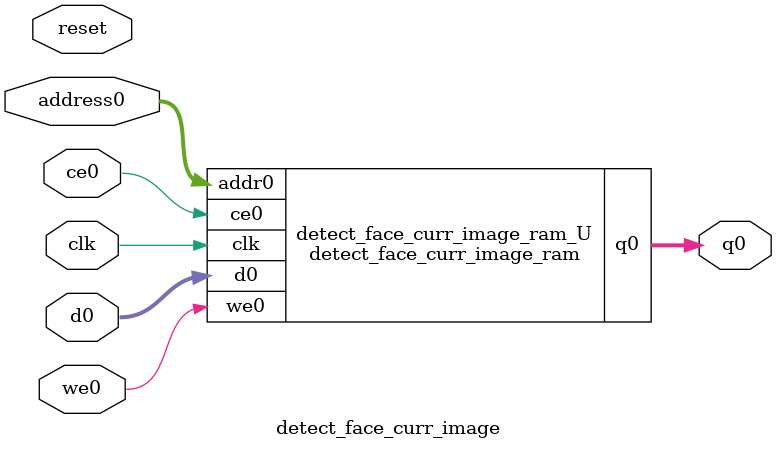
<source format=v>

`timescale 1 ns / 1 ps
module detect_face_curr_image_ram (addr0, ce0, d0, we0, q0,  clk);

parameter DWIDTH = 8;
parameter AWIDTH = 15;
parameter MEM_SIZE = 19200;

input[AWIDTH-1:0] addr0;
input ce0;
input[DWIDTH-1:0] d0;
input we0;
output reg[DWIDTH-1:0] q0;
input clk;

(* ram_style = "block" *)reg [DWIDTH-1:0] ram[MEM_SIZE-1:0];




always @(posedge clk)  
begin 
    if (ce0) 
    begin
        if (we0) 
        begin 
            ram[addr0] <= d0; 
            q0 <= d0;
        end 
        else 
            q0 <= ram[addr0];
    end
end


endmodule


`timescale 1 ns / 1 ps
module detect_face_curr_image(
    reset,
    clk,
    address0,
    ce0,
    we0,
    d0,
    q0);

parameter DataWidth = 32'd8;
parameter AddressRange = 32'd19200;
parameter AddressWidth = 32'd15;
input reset;
input clk;
input[AddressWidth - 1:0] address0;
input ce0;
input we0;
input[DataWidth - 1:0] d0;
output[DataWidth - 1:0] q0;



detect_face_curr_image_ram detect_face_curr_image_ram_U(
    .clk( clk ),
    .addr0( address0 ),
    .ce0( ce0 ),
    .d0( d0 ),
    .we0( we0 ),
    .q0( q0 ));

endmodule


</source>
